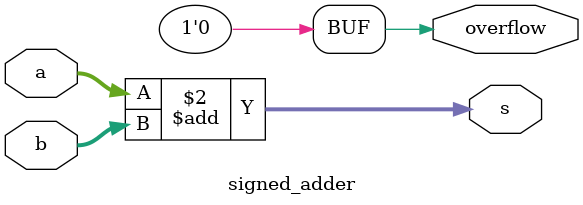
<source format=v>

module signed_adder(input [7:0] a,
    input [7:0] b,
    output [7:0] s,
    output overflow
); 

// The numbers a and b are added to the output s. 
// assign the occurence of the signed overflow of a and b to the output overflow.
// a signed overflow occurs if the most significant bits of a and b are low and the most significant bit of s is high
// a signed overflow may also occur if the most significant bits of a and b are high and the most significant bit of s is low


always@(a,b,s)
begin
	// if a,b and s are all low initially then the sum s is equal to the concatenation of a and b using the '+' operator
	// So assign the output s to the concatenation of a and b
	s = a+b;

	// if only a or b are high or both a and b are high then the sum s will be high no matter what the value of the other input variable
	// so the output overflow will be high no matter what the values a and b are
	// assign the output overflow to 1
	overflow = 1'b1;
	
	// if only the most significant bit of a or b is high then the sum s may be high or low 
	// assign the output overflow to 0
	overflow = 1'b0;
end

endmodule

</source>
